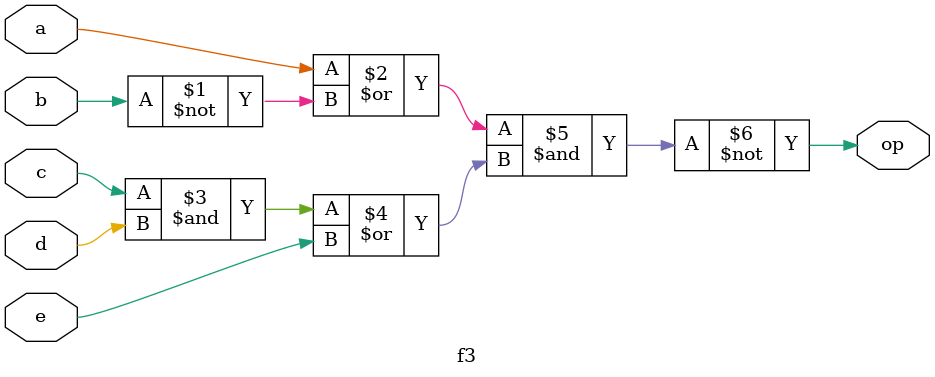
<source format=v>
`timescale 1ns / 1ps
module f3(
    input a,
    input b,
    input c,
    input d,
    input e,
    output op
    );
	 
assign op = ~((a|~(b))&((c&d)|e));


endmodule

</source>
